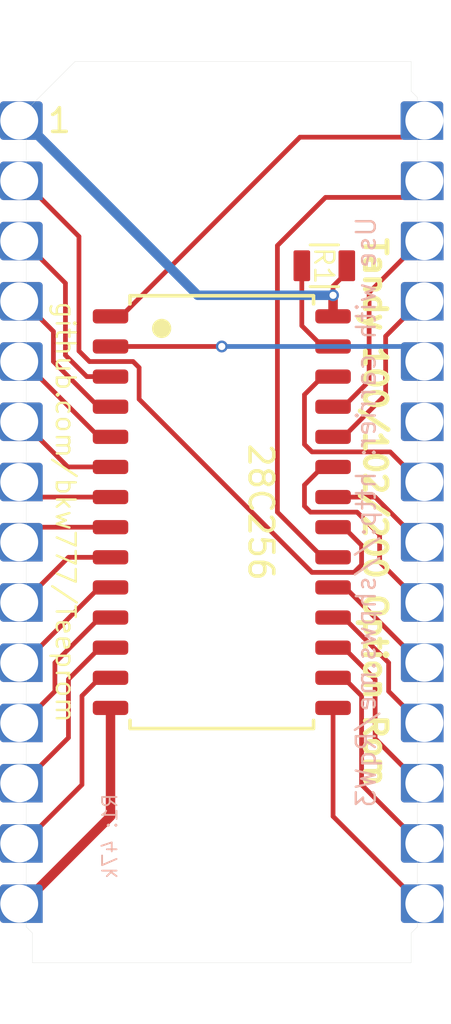
<source format=kicad_pcb>
(kicad_pcb (version 20171130) (host pcbnew 5.1.10-88a1d61d58~88~ubuntu20.10.1)

  (general
    (thickness 1.6)
    (drawings 16)
    (tracks 137)
    (zones 0)
    (modules 3)
    (nets 29)
  )

  (page A4)
  (title_block
    (title "28C256 in Molex78805 socket")
    (date 2021-05-10)
    (rev 003)
    (company b.kenyon.w@gmail.com)
  )

  (layers
    (0 Top signal)
    (31 Bottom signal)
    (32 B.Adhes user hide)
    (33 F.Adhes user hide)
    (34 B.Paste user hide)
    (35 F.Paste user hide)
    (36 B.SilkS user)
    (37 F.SilkS user)
    (38 B.Mask user)
    (39 F.Mask user)
    (40 Dwgs.User user hide)
    (41 Cmts.User user hide)
    (42 Eco1.User user hide)
    (43 Eco2.User user hide)
    (44 Edge.Cuts user)
    (45 Margin user hide)
    (46 B.CrtYd user hide)
    (47 F.CrtYd user hide)
    (48 B.Fab user hide)
    (49 F.Fab user hide)
  )

  (setup
    (last_trace_width 0.2)
    (user_trace_width 0.4)
    (trace_clearance 0.2)
    (zone_clearance 0.2)
    (zone_45_only no)
    (trace_min 0.2)
    (via_size 0.5)
    (via_drill 0.3)
    (via_min_size 0.5)
    (via_min_drill 0.3)
    (uvia_size 0.5)
    (uvia_drill 0.3)
    (uvias_allowed no)
    (uvia_min_size 0.5)
    (uvia_min_drill 0.3)
    (edge_width 0.01)
    (segment_width 0.2032)
    (pcb_text_width 0.254)
    (pcb_text_size 1.2192 1.2192)
    (mod_edge_width 0.0254)
    (mod_text_size 0.4572 0.4572)
    (mod_text_width 0.0254)
    (pad_size 1.905 2.032)
    (pad_drill 1.524)
    (pad_to_mask_clearance 0)
    (solder_mask_min_width 0.22)
    (aux_axis_origin 0 0)
    (grid_origin 147.2184 99.187)
    (visible_elements FFFFFF7F)
    (pcbplotparams
      (layerselection 0x010f0_ffffffff)
      (usegerberextensions true)
      (usegerberattributes false)
      (usegerberadvancedattributes false)
      (creategerberjobfile false)
      (excludeedgelayer true)
      (linewidth 0.100000)
      (plotframeref false)
      (viasonmask false)
      (mode 1)
      (useauxorigin false)
      (hpglpennumber 1)
      (hpglpenspeed 20)
      (hpglpendiameter 15.000000)
      (psnegative false)
      (psa4output false)
      (plotreference true)
      (plotvalue true)
      (plotinvisibletext false)
      (padsonsilk false)
      (subtractmaskfromsilk false)
      (outputformat 1)
      (mirror false)
      (drillshape 0)
      (scaleselection 1)
      (outputdirectory "GERBER_Teeprom_003"))
  )

  (net 0 "")
  (net 1 /D3)
  (net 2 /A10)
  (net 3 /D4)
  (net 4 /A7)
  (net 5 /D5)
  (net 6 /A6)
  (net 7 /D6)
  (net 8 /A5)
  (net 9 /D7)
  (net 10 /A4)
  (net 11 /A11)
  (net 12 /A3)
  (net 13 /~OE)
  (net 14 /A2)
  (net 15 /A13)
  (net 16 /A1)
  (net 17 /A0)
  (net 18 /A12)
  (net 19 /D0)
  (net 20 /A9)
  (net 21 /D1)
  (net 22 /A8)
  (net 23 /D2)
  (net 24 /~CE)
  (net 25 /A14)
  (net 26 /~WE)
  (net 27 VCC)
  (net 28 GND)

  (net_class Default "This is the default net class."
    (clearance 0.2)
    (trace_width 0.2)
    (via_dia 0.5)
    (via_drill 0.3)
    (uvia_dia 0.5)
    (uvia_drill 0.3)
    (diff_pair_width 0.2)
    (diff_pair_gap 0.3)
    (add_net /A0)
    (add_net /A1)
    (add_net /A10)
    (add_net /A11)
    (add_net /A12)
    (add_net /A13)
    (add_net /A14)
    (add_net /A2)
    (add_net /A3)
    (add_net /A4)
    (add_net /A5)
    (add_net /A6)
    (add_net /A7)
    (add_net /A8)
    (add_net /A9)
    (add_net /D0)
    (add_net /D1)
    (add_net /D2)
    (add_net /D3)
    (add_net /D4)
    (add_net /D5)
    (add_net /D6)
    (add_net /D7)
    (add_net /~CE)
    (add_net /~OE)
    (add_net /~WE)
    (add_net GND)
    (add_net VCC)
  )

  (module 000_LOCAL:R_0805 (layer Top) (tedit 60997F9A) (tstamp 5D22C129)
    (at 151.5491 88.7984)
    (descr "Resistor SMD 0805, reflow soldering, Vishay (see dcrcw.pdf)")
    (tags "resistor 0805")
    (path /5D2BF7AB)
    (attr smd)
    (fp_text reference R1 (at -0.0127 0 -90 unlocked) (layer F.SilkS)
      (effects (font (size 0.8 0.8) (thickness 0.1)))
    )
    (fp_text value 47k (at 0 1.75) (layer F.Fab)
      (effects (font (size 1 1) (thickness 0.15)))
    )
    (fp_line (start 1.55 0.9) (end -1.55 0.9) (layer F.CrtYd) (width 0.05))
    (fp_line (start 1.55 0.9) (end 1.55 -0.9) (layer F.CrtYd) (width 0.05))
    (fp_line (start -1.55 -0.9) (end -1.55 0.9) (layer F.CrtYd) (width 0.05))
    (fp_line (start -1.55 -0.9) (end 1.55 -0.9) (layer F.CrtYd) (width 0.05))
    (fp_line (start -0.6 -0.88) (end 0.6 -0.88) (layer F.SilkS) (width 0.12))
    (fp_line (start 0.6 0.88) (end -0.6 0.88) (layer F.SilkS) (width 0.12))
    (fp_line (start -1 -0.62) (end 1 -0.62) (layer F.Fab) (width 0.1))
    (fp_line (start 1 -0.62) (end 1 0.62) (layer F.Fab) (width 0.1))
    (fp_line (start 1 0.62) (end -1 0.62) (layer F.Fab) (width 0.1))
    (fp_line (start -1 0.62) (end -1 -0.62) (layer F.Fab) (width 0.1))
    (fp_text user %R (at 0 0) (layer F.Fab)
      (effects (font (size 0.5 0.5) (thickness 0.075)))
    )
    (pad 1 smd roundrect (at -0.95 0) (size 0.7 1.3) (layers Top F.Paste F.Mask) (roundrect_rratio 0.1)
      (net 26 /~WE))
    (pad 2 smd roundrect (at 0.95 0) (size 0.7 1.3) (layers Top F.Paste F.Mask) (roundrect_rratio 0.1)
      (net 27 VCC))
    (model ${KIPRJMOD}/000_LOCAL.pretty/3d/R_0805.step
      (at (xyz 0 0 0))
      (scale (xyz 1 1 1))
      (rotate (xyz 0 0 0))
    )
  )

  (module 000_LOCAL:Molex78805_PCB (layer Top) (tedit 60508461) (tstamp 6051C3EB)
    (at 147.2184 99.187)
    (descr "Castellated edge contacts to fit Molex 78805 Socket")
    (path /5E6792DF)
    (solder_mask_margin 0.0508)
    (attr virtual)
    (fp_text reference J1 (at -1.905 0 -90) (layer Dwgs.User) hide
      (effects (font (size 1.2065 1.2065) (thickness 0.127)) (justify bottom))
    )
    (fp_text value Tandy_100_102_200_option_rom (at 1.27 0 -90) (layer F.Fab) hide
      (effects (font (size 1.2065 1.2065) (thickness 0.1016)) (justify bottom))
    )
    (fp_line (start -4 -17.5) (end -3.5 -17.5) (layer Dwgs.User) (width 0.01))
    (fp_line (start -4 -18) (end -4 -17.5) (layer Dwgs.User) (width 0.01))
    (fp_line (start -4 -18) (end -3.7 -17.7) (layer Dwgs.User) (width 0.01))
    (fp_line (start -4 -18) (end -4.3 -17.7) (layer Dwgs.User) (width 0.01))
    (fp_line (start -4 -19) (end -3.7 -19.3) (layer Dwgs.User) (width 0.01))
    (fp_line (start -4 -19) (end -4.3 -19.3) (layer Dwgs.User) (width 0.01))
    (fp_line (start -4 -19) (end -4 -20) (layer Dwgs.User) (width 0.01))
    (fp_line (start -6 -19) (end -5.7 -19.3) (layer Dwgs.User) (width 0.01))
    (fp_line (start -6 -19) (end -6.3 -19.3) (layer Dwgs.User) (width 0.01))
    (fp_line (start -6 -19) (end -6 -20) (layer Dwgs.User) (width 0.01))
    (fp_line (start -6 -18.3) (end -5.7 -18) (layer Dwgs.User) (width 0.01))
    (fp_line (start -6 -18.3) (end -6.3 -18) (layer Dwgs.User) (width 0.01))
    (fp_line (start -6 -17) (end -5.5 -17) (layer Dwgs.User) (width 0.01))
    (fp_line (start -6 -18.3) (end -6 -17) (layer Dwgs.User) (width 0.01))
    (fp_line (start 7.2 -18.3) (end 7.2 18.3) (layer Dwgs.User) (width 0.01))
    (fp_line (start -7.2 -18.3) (end -7.2 18.3) (layer Dwgs.User) (width 0.01))
    (fp_line (start -7.2 -18.3) (end 7.2 -18.3) (layer Dwgs.User) (width 0.01))
    (fp_line (start -7.2 18.3) (end 7.2 18.3) (layer Dwgs.User) (width 0.01))
    (fp_line (start 8.255 -20) (end 8.255 20) (layer Dwgs.User) (width 0.01))
    (fp_line (start -8.255 -20) (end -8.255 20) (layer Dwgs.User) (width 0.01))
    (fp_line (start -8.255 0.0508) (end -8.255 -0.0508) (layer Dwgs.User) (width 0.002))
    (fp_line (start -7.5057 16.4846) (end -7.5057 16.5354) (layer Dwgs.User) (width 0.001))
    (fp_poly (pts (xy 9.2156 1.9304) (xy 7.717 1.9304) (xy 7.717 0.6096) (xy 9.2156 0.6096)) (layer Top) (width 0.3048))
    (fp_poly (pts (xy 9.2156 -0.6096) (xy 7.717 -0.6096) (xy 7.717 -1.9304) (xy 9.2156 -1.9304)) (layer Top) (width 0.3048))
    (fp_poly (pts (xy 9.2156 14.6304) (xy 7.717 14.6304) (xy 7.717 13.3096) (xy 9.2156 13.3096)) (layer Top) (width 0.3048))
    (fp_poly (pts (xy 9.2156 7.0104) (xy 7.717 7.0104) (xy 7.717 5.6896) (xy 9.2156 5.6896)) (layer Top) (width 0.3048))
    (fp_poly (pts (xy 9.2156 10.7696) (xy 7.717 10.7696) (xy 7.717 12.0904) (xy 9.2156 12.0904)) (layer Bottom) (width 0.3048))
    (fp_poly (pts (xy 9.2156 4.4704) (xy 7.717 4.4704) (xy 7.717 3.1496) (xy 9.2156 3.1496)) (layer Top) (width 0.3048))
    (fp_poly (pts (xy 9.2156 -4.4704) (xy 7.717 -4.4704) (xy 7.717 -3.1496) (xy 9.2156 -3.1496)) (layer Bottom) (width 0.3048))
    (fp_poly (pts (xy 9.2156 8.2296) (xy 7.717 8.2296) (xy 7.717 9.5504) (xy 9.2156 9.5504)) (layer Bottom) (width 0.3048))
    (fp_poly (pts (xy 9.2156 13.3096) (xy 7.717 13.3096) (xy 7.717 14.6304) (xy 9.2156 14.6304)) (layer Bottom) (width 0.3048))
    (fp_poly (pts (xy 9.2156 -10.7696) (xy 7.717 -10.7696) (xy 7.717 -12.0904) (xy 9.2156 -12.0904)) (layer Top) (width 0.3048))
    (fp_poly (pts (xy 9.2156 -9.5504) (xy 7.717 -9.5504) (xy 7.717 -8.2296) (xy 9.2156 -8.2296)) (layer Bottom) (width 0.3048))
    (fp_poly (pts (xy 9.2156 0.6096) (xy 7.717 0.6096) (xy 7.717 1.9304) (xy 9.2156 1.9304)) (layer Bottom) (width 0.3048))
    (fp_poly (pts (xy 9.2156 3.1496) (xy 7.717 3.1496) (xy 7.717 4.4704) (xy 9.2156 4.4704)) (layer Bottom) (width 0.3048))
    (fp_poly (pts (xy 9.2156 -12.0904) (xy 7.717 -12.0904) (xy 7.717 -10.7696) (xy 9.2156 -10.7696)) (layer Bottom) (width 0.3048))
    (fp_poly (pts (xy 9.2156 -14.6304) (xy 7.717 -14.6304) (xy 7.717 -13.3096) (xy 9.2156 -13.3096)) (layer Bottom) (width 0.3048))
    (fp_poly (pts (xy 9.2156 12.0904) (xy 7.717 12.0904) (xy 7.717 10.7696) (xy 9.2156 10.7696)) (layer Top) (width 0.3048))
    (fp_poly (pts (xy 9.2156 9.5504) (xy 7.717 9.5504) (xy 7.717 8.2296) (xy 9.2156 8.2296)) (layer Top) (width 0.3048))
    (fp_poly (pts (xy 9.2156 -3.1496) (xy 7.717 -3.1496) (xy 7.717 -4.4704) (xy 9.2156 -4.4704)) (layer Top) (width 0.3048))
    (fp_poly (pts (xy 9.2156 -1.9304) (xy 7.717 -1.9304) (xy 7.717 -0.6096) (xy 9.2156 -0.6096)) (layer Bottom) (width 0.3048))
    (fp_poly (pts (xy 9.2156 -5.6896) (xy 7.717 -5.6896) (xy 7.717 -7.0104) (xy 9.2156 -7.0104)) (layer Top) (width 0.3048))
    (fp_poly (pts (xy 9.2156 17.1704) (xy 7.717 17.1704) (xy 7.717 15.8496) (xy 9.2156 15.8496)) (layer Top) (width 0.3048))
    (fp_poly (pts (xy 9.2156 5.6896) (xy 7.717 5.6896) (xy 7.717 7.0104) (xy 9.2156 7.0104)) (layer Bottom) (width 0.3048))
    (fp_poly (pts (xy 9.2156 -7.0104) (xy 7.717 -7.0104) (xy 7.717 -5.6896) (xy 9.2156 -5.6896)) (layer Bottom) (width 0.3048))
    (fp_poly (pts (xy 9.2156 -13.3096) (xy 7.717 -13.3096) (xy 7.717 -14.6304) (xy 9.2156 -14.6304)) (layer Top) (width 0.3048))
    (fp_poly (pts (xy 9.2156 15.8496) (xy 7.717 15.8496) (xy 7.717 17.1704) (xy 9.2156 17.1704)) (layer Bottom) (width 0.3048))
    (fp_poly (pts (xy 9.2156 -8.2296) (xy 7.717 -8.2296) (xy 7.717 -9.5504) (xy 9.2156 -9.5504)) (layer Top) (width 0.3048))
    (fp_poly (pts (xy 9.2029 -15.8496) (xy 7.7043 -15.8496) (xy 7.7043 -17.1704) (xy 9.2029 -17.1704)) (layer Top) (width 0.3048))
    (fp_poly (pts (xy 9.2029 -15.8496) (xy 7.7043 -15.8496) (xy 7.7043 -17.1704) (xy 9.2029 -17.1704)) (layer Bottom) (width 0.3048))
    (fp_poly (pts (xy -7.717 0.6096) (xy -9.2156 0.6096) (xy -9.2156 1.9304) (xy -7.717 1.9304)) (layer Bottom) (width 0.3048))
    (fp_poly (pts (xy -7.717 3.1496) (xy -9.2156 3.1496) (xy -9.2156 4.4704) (xy -7.717 4.4704)) (layer Bottom) (width 0.3048))
    (fp_poly (pts (xy -7.717 -12.0904) (xy -9.2156 -12.0904) (xy -9.2156 -10.7696) (xy -7.717 -10.7696)) (layer Bottom) (width 0.3048))
    (fp_poly (pts (xy -7.717 -4.4704) (xy -9.2156 -4.4704) (xy -9.2156 -3.1496) (xy -7.717 -3.1496)) (layer Bottom) (width 0.3048))
    (fp_poly (pts (xy -7.717 -1.9304) (xy -9.2156 -1.9304) (xy -9.2156 -0.6096) (xy -7.717 -0.6096)) (layer Bottom) (width 0.3048))
    (fp_poly (pts (xy -7.717 13.3096) (xy -9.2156 13.3096) (xy -9.2156 14.6304) (xy -7.717 14.6304)) (layer Bottom) (width 0.3048))
    (fp_poly (pts (xy -7.717 -9.5504) (xy -9.2156 -9.5504) (xy -9.2156 -8.2296) (xy -7.717 -8.2296)) (layer Bottom) (width 0.3048))
    (fp_poly (pts (xy -7.717 -7.0104) (xy -9.2156 -7.0104) (xy -9.2156 -5.6896) (xy -7.717 -5.6896)) (layer Bottom) (width 0.3048))
    (fp_poly (pts (xy -7.717 5.6896) (xy -9.2156 5.6896) (xy -9.2156 7.0104) (xy -7.717 7.0104)) (layer Bottom) (width 0.3048))
    (fp_poly (pts (xy -7.717 8.2296) (xy -9.2156 8.2296) (xy -9.2156 9.5504) (xy -7.717 9.5504)) (layer Bottom) (width 0.3048))
    (fp_poly (pts (xy -7.717 -14.6304) (xy -9.2156 -14.6304) (xy -9.2156 -13.3096) (xy -7.717 -13.3096)) (layer Bottom) (width 0.3048))
    (fp_poly (pts (xy -7.717 15.8496) (xy -9.2156 15.8496) (xy -9.2156 17.1704) (xy -7.717 17.1704)) (layer Bottom) (width 0.3048))
    (fp_poly (pts (xy -7.717 10.7696) (xy -9.2156 10.7696) (xy -9.2156 12.0904) (xy -7.717 12.0904)) (layer Bottom) (width 0.3048))
    (fp_poly (pts (xy -7.717 17.1704) (xy -9.2156 17.1704) (xy -9.2156 15.8496) (xy -7.717 15.8496)) (layer Top) (width 0.3048))
    (fp_poly (pts (xy -7.717 14.6304) (xy -9.2156 14.6304) (xy -9.2156 13.3096) (xy -7.717 13.3096)) (layer Top) (width 0.3048))
    (fp_poly (pts (xy -7.717 12.0904) (xy -9.2156 12.0904) (xy -9.2156 10.7696) (xy -7.717 10.7696)) (layer Top) (width 0.3048))
    (fp_poly (pts (xy -7.717 9.5504) (xy -9.2156 9.5504) (xy -9.2156 8.2296) (xy -7.717 8.2296)) (layer Top) (width 0.3048))
    (fp_poly (pts (xy -7.717 7.0104) (xy -9.2156 7.0104) (xy -9.2156 5.6896) (xy -7.717 5.6896)) (layer Top) (width 0.3048))
    (fp_poly (pts (xy -7.717 4.4704) (xy -9.2156 4.4704) (xy -9.2156 3.1496) (xy -7.717 3.1496)) (layer Top) (width 0.3048))
    (fp_poly (pts (xy -7.717 1.9304) (xy -9.2156 1.9304) (xy -9.2156 0.6096) (xy -7.717 0.6096)) (layer Top) (width 0.3048))
    (fp_poly (pts (xy -7.717 -0.6096) (xy -9.2156 -0.6096) (xy -9.2156 -1.9304) (xy -7.717 -1.9304)) (layer Top) (width 0.3048))
    (fp_poly (pts (xy -7.717 -3.1496) (xy -9.2156 -3.1496) (xy -9.2156 -4.4704) (xy -7.717 -4.4704)) (layer Top) (width 0.3048))
    (fp_poly (pts (xy -7.717 -5.6896) (xy -9.2156 -5.6896) (xy -9.2156 -7.0104) (xy -7.717 -7.0104)) (layer Top) (width 0.3048))
    (fp_poly (pts (xy -7.717 -8.2296) (xy -9.2156 -8.2296) (xy -9.2156 -9.5504) (xy -7.717 -9.5504)) (layer Top) (width 0.3048))
    (fp_poly (pts (xy -7.717 -10.7696) (xy -9.2156 -10.7696) (xy -9.2156 -12.0904) (xy -7.717 -12.0904)) (layer Top) (width 0.3048))
    (fp_poly (pts (xy -7.717 -13.3096) (xy -9.2156 -13.3096) (xy -9.2156 -14.6304) (xy -7.717 -14.6304)) (layer Top) (width 0.3048))
    (fp_poly (pts (xy -7.717 -15.8496) (xy -9.2156 -15.8496) (xy -9.2156 -17.1704) (xy -7.717 -17.1704)) (layer Top) (width 0.3048))
    (fp_poly (pts (xy -7.717 -15.8496) (xy -9.2156 -15.8496) (xy -9.2156 -17.1704) (xy -7.717 -17.1704)) (layer Bottom) (width 0.3048))
    (fp_line (start 4.5593 19.05) (end 8.26 19.05) (layer Eco1.User) (width 0.01))
    (fp_line (start -8.26 19.05) (end -4.5593 19.05) (layer Eco1.User) (width 0.01))
    (fp_line (start 0.762 -19.05) (end 8.26 -19.05) (layer Eco1.User) (width 0.01))
    (fp_line (start -8.26 -19.05) (end -0.762 -19.05) (layer Eco1.User) (width 0.01))
    (fp_line (start 8.26 19.05) (end 8.26 -19.05) (layer Eco1.User) (width 0.01))
    (fp_line (start -8.26 19.05) (end -8.26 -19.05) (layer Eco1.User) (width 0.01))
    (fp_line (start 3.0353 19.05) (end -3.0353 19.05) (layer Eco1.User) (width 0.01))
    (fp_line (start 3.0353 21.59) (end 3.0353 19.05) (layer Eco1.User) (width 0.01))
    (fp_line (start 4.5593 21.59) (end 3.0353 21.59) (layer Eco1.User) (width 0.01))
    (fp_line (start 4.5593 19.05) (end 4.5593 21.59) (layer Eco1.User) (width 0.01))
    (fp_line (start -3.0353 21.59) (end -3.0353 19.05) (layer Eco1.User) (width 0.01))
    (fp_line (start -4.5593 21.59) (end -3.0353 21.59) (layer Eco1.User) (width 0.01))
    (fp_line (start -4.5593 19.05) (end -4.5593 21.59) (layer Eco1.User) (width 0.01))
    (fp_line (start 0.762 -21.59) (end 0.762 -19.05) (layer Eco1.User) (width 0.01))
    (fp_line (start -0.762 -21.59) (end 0.762 -21.59) (layer Eco1.User) (width 0.01))
    (fp_line (start -0.762 -19.05) (end -0.762 -21.59) (layer Eco1.User) (width 0.01))
    (fp_line (start -8 19) (end 8 19) (layer Eco2.User) (width 0.01))
    (fp_line (start 8 19) (end 8 17.75) (layer Eco2.User) (width 0.01))
    (fp_line (start 8 17.75) (end 8.26 17.49) (layer Eco2.User) (width 0.01))
    (fp_line (start -8 19) (end -8 17.75) (layer Eco2.User) (width 0.01))
    (fp_line (start -8 17.75) (end -8.26 17.49) (layer Eco2.User) (width 0.01))
    (fp_line (start 8 -17.75) (end 8 -19) (layer Eco2.User) (width 0.01))
    (fp_line (start 8.26 -17.49) (end 8 -17.75) (layer Eco2.User) (width 0.01))
    (fp_line (start 8.26 17.49) (end 8.26 -17.49) (layer Eco2.User) (width 0.01))
    (fp_line (start -8.26 17.49) (end -8.26 -16.94) (layer Eco2.User) (width 0.01))
    (fp_line (start 8 -19) (end -6.2 -19) (layer Eco2.User) (width 0.01))
    (fp_line (start -6.2 -19) (end -8.26 -16.94) (layer Eco2.User) (width 0.01))
    (fp_line (start 7.75716 17.78) (end 7.75716 12.7) (layer Dwgs.User) (width 0.01))
    (fp_line (start 6.35 12.065) (end 6.35 15.24) (layer Dwgs.User) (width 0.05))
    (fp_line (start 6.35 15.24) (end 7.747 15.24) (layer Dwgs.User) (width 0.05))
    (fp_line (start 7.747 15.24) (end 7.467 15.52) (layer Dwgs.User) (width 0.05))
    (fp_line (start 7.467 14.96) (end 7.747 15.24) (layer Dwgs.User) (width 0.05))
    (fp_line (start 8.27 15.24) (end 8.55 15.52) (layer Dwgs.User) (width 0.05))
    (fp_line (start 8.55 14.96) (end 8.27 15.24) (layer Dwgs.User) (width 0.05))
    (fp_line (start 8.27 15.24) (end 9.667 15.24) (layer Dwgs.User) (width 0.05))
    (fp_line (start -5 -19) (end -5 -18) (layer Dwgs.User) (width 0.01))
    (fp_line (start -5 -18) (end 5 -18) (layer Dwgs.User) (width 0.01))
    (fp_line (start 5 -18) (end 5 -19) (layer Dwgs.User) (width 0.01))
    (fp_line (start 5 -19) (end -5 -19) (layer Dwgs.User) (width 0.01))
    (fp_line (start 5 19) (end 5 18) (layer Dwgs.User) (width 0.01))
    (fp_line (start -5 18) (end -5 19) (layer Dwgs.User) (width 0.01))
    (fp_line (start -5 18) (end 5 18) (layer Dwgs.User) (width 0.01))
    (fp_line (start -5 19) (end 5 19) (layer Dwgs.User) (width 0.01))
    (fp_text user "0.7 border on bottom - 36.6 x 14.4 x 1.4 usable bottom" (at -5.5 -17) (layer Dwgs.User)
      (effects (font (size 0.25 0.25) (thickness 0.02)) (justify left))
    )
    (fp_text user "10.0 x 1.0 retainer wedges on top" (at -3.5 -17.5) (layer Dwgs.User)
      (effects (font (size 0.25 0.25) (thickness 0.02)) (justify left))
    )
    (fp_text user "Castellation depth 0.5mm min" (at 6.35 0 -90) (layer Dwgs.User)
      (effects (font (size 1 1) (thickness 0.1)))
    )
    (fp_text user "Board outline: 0.01mm grid, copy Eco2.User" (at -6 0 -90) (layer Eco2.User)
      (effects (font (size 1 1) (thickness 0.1)))
    )
    (fp_text user "Eco1.User is Edge.Cuts for use without carrier." (at -4.445 0 -90) (layer Eco1.User)
      (effects (font (size 0.8 0.8) (thickness 0.05)))
    )
    (pad 1 thru_hole circle (at -8.5552 -16.51) (size 1.6002 1.6002) (drill 1.59766) (layers *.Cu *.Mask)
      (net 27 VCC) (zone_connect 0))
    (pad 28 thru_hole circle (at 8.5552 -16.51 180) (size 1.6002 1.6002) (drill 1.59766) (layers *.Cu *.Mask)
      (net 25 /A14))
    (pad 14 thru_hole circle (at -8.5552 16.51) (size 1.6002 1.6002) (drill 1.59766) (layers *.Cu *.Mask)
      (net 28 GND) (zone_connect 0))
    (pad 27 thru_hole circle (at 8.5552 -13.97 180) (size 1.6002 1.6002) (drill 1.59766) (layers *.Cu *.Mask)
      (net 24 /~CE))
    (pad 13 thru_hole circle (at -8.5552 13.97) (size 1.6002 1.6002) (drill 1.59766) (layers *.Cu *.Mask)
      (net 23 /D2) (zone_connect 0))
    (pad 26 thru_hole circle (at 8.5552 -11.43 180) (size 1.6002 1.6002) (drill 1.59766) (layers *.Cu *.Mask)
      (net 22 /A8))
    (pad 12 thru_hole circle (at -8.5552 11.43) (size 1.6002 1.6002) (drill 1.59766) (layers *.Cu *.Mask)
      (net 21 /D1) (zone_connect 0))
    (pad 25 thru_hole circle (at 8.5552 -8.89 180) (size 1.6002 1.6002) (drill 1.59766) (layers *.Cu *.Mask)
      (net 20 /A9))
    (pad 11 thru_hole circle (at -8.5552 8.89) (size 1.6002 1.6002) (drill 1.59766) (layers *.Cu *.Mask)
      (net 19 /D0) (zone_connect 0))
    (pad 24 thru_hole circle (at 8.5552 -6.35 180) (size 1.6002 1.6002) (drill 1.59766) (layers *.Cu *.Mask)
      (net 18 /A12))
    (pad 10 thru_hole circle (at -8.5552 6.35) (size 1.6002 1.6002) (drill 1.59766) (layers *.Cu *.Mask)
      (net 17 /A0) (zone_connect 0))
    (pad 23 thru_hole circle (at 8.5552 -3.81 180) (size 1.6002 1.6002) (drill 1.59766) (layers *.Cu *.Mask))
    (pad 9 thru_hole circle (at -8.5552 3.81) (size 1.6002 1.6002) (drill 1.59766) (layers *.Cu *.Mask)
      (net 16 /A1) (zone_connect 0))
    (pad 22 thru_hole circle (at 8.5552 -1.27 180) (size 1.6002 1.6002) (drill 1.59766) (layers *.Cu *.Mask)
      (net 15 /A13))
    (pad 8 thru_hole circle (at -8.5552 1.27) (size 1.6002 1.6002) (drill 1.59766) (layers *.Cu *.Mask)
      (net 14 /A2) (zone_connect 0))
    (pad 21 thru_hole circle (at 8.5552 1.27 180) (size 1.6002 1.6002) (drill 1.59766) (layers *.Cu *.Mask)
      (net 13 /~OE))
    (pad 7 thru_hole circle (at -8.5552 -1.27) (size 1.6002 1.6002) (drill 1.59766) (layers *.Cu *.Mask)
      (net 12 /A3) (zone_connect 0))
    (pad 20 thru_hole circle (at 8.5552 3.81 180) (size 1.6002 1.6002) (drill 1.59766) (layers *.Cu *.Mask)
      (net 11 /A11))
    (pad 6 thru_hole circle (at -8.5552 -3.81) (size 1.6002 1.6002) (drill 1.59766) (layers *.Cu *.Mask)
      (net 10 /A4) (zone_connect 0))
    (pad 19 thru_hole circle (at 8.5552 6.35 180) (size 1.6002 1.6002) (drill 1.59766) (layers *.Cu *.Mask)
      (net 9 /D7))
    (pad 5 thru_hole circle (at -8.5552 -6.35) (size 1.6002 1.6002) (drill 1.59766) (layers *.Cu *.Mask)
      (net 8 /A5) (zone_connect 0))
    (pad 18 thru_hole circle (at 8.5552 8.89 180) (size 1.6002 1.6002) (drill 1.59766) (layers *.Cu *.Mask)
      (net 7 /D6))
    (pad 4 thru_hole circle (at -8.5552 -8.89) (size 1.6002 1.6002) (drill 1.59766) (layers *.Cu *.Mask)
      (net 6 /A6) (zone_connect 0))
    (pad 17 thru_hole circle (at 8.5552 11.43 180) (size 1.6002 1.6002) (drill 1.59766) (layers *.Cu *.Mask)
      (net 5 /D5))
    (pad 3 thru_hole circle (at -8.5552 -11.43) (size 1.6002 1.6002) (drill 1.59766) (layers *.Cu *.Mask)
      (net 4 /A7) (zone_connect 0))
    (pad 16 thru_hole circle (at 8.5552 13.97 180) (size 1.6002 1.6002) (drill 1.59766) (layers *.Cu *.Mask)
      (net 3 /D4))
    (pad 2 thru_hole circle (at -8.5552 -13.97) (size 1.6002 1.6002) (drill 1.59766) (layers *.Cu *.Mask)
      (net 2 /A10) (zone_connect 0))
    (pad 15 thru_hole circle (at 8.5552 16.51 180) (size 1.6002 1.6002) (drill 1.59766) (layers *.Cu *.Mask)
      (net 1 /D3))
    (model ${KIPRJMOD}/000_LOCAL.pretty/3d/Molex78805_PCB_Carrier_chamfer.step
      (offset (xyz 0 0 -0.25))
      (scale (xyz 1 1 1))
      (rotate (xyz 0 0 90))
    )
  )

  (module 000_LOCAL:SOIC-28W (layer Top) (tedit 5F923048) (tstamp 5D21E664)
    (at 147.2184 99.187)
    (descr "28-Lead Plastic Small Outline (SO) - Wide, 7.50 mm Body [SOIC] (see Microchip Packaging Specification 00000049BS.pdf)")
    (tags "SOIC 1.27")
    (path /5D231C6F)
    (attr smd)
    (fp_text reference U1 (at 0 0 -90) (layer F.SilkS) hide
      (effects (font (size 1 1) (thickness 0.15)))
    )
    (fp_text value 28C256 (at 0 1.27 180) (layer F.Fab)
      (effects (font (size 1 1) (thickness 0.15)))
    )
    (fp_line (start -3.875 9.125) (end 3.875 9.125) (layer F.SilkS) (width 0.15))
    (fp_line (start -3.875 -9.125) (end 3.875 -9.125) (layer F.SilkS) (width 0.15))
    (fp_line (start -3.875 9.125) (end -3.875 8.78) (layer F.SilkS) (width 0.15))
    (fp_line (start 3.875 9.125) (end 3.875 8.78) (layer F.SilkS) (width 0.15))
    (fp_line (start 3.875 -9.125) (end 3.875 -8.78) (layer F.SilkS) (width 0.15))
    (fp_line (start -3.875 -9.125) (end -3.875 -8.78) (layer F.SilkS) (width 0.15))
    (fp_line (start -5.95 9.3) (end 5.95 9.3) (layer F.CrtYd) (width 0.05))
    (fp_line (start -5.95 -9.3) (end 5.95 -9.3) (layer F.CrtYd) (width 0.05))
    (fp_line (start 5.95 -9.3) (end 5.95 9.3) (layer F.CrtYd) (width 0.05))
    (fp_line (start -5.95 -9.3) (end -5.95 9.3) (layer F.CrtYd) (width 0.05))
    (fp_line (start -3.75 -7.95) (end -2.75 -8.95) (layer F.Fab) (width 0.15))
    (fp_line (start -3.75 8.95) (end -3.75 -7.95) (layer F.Fab) (width 0.15))
    (fp_line (start 3.75 8.95) (end -3.75 8.95) (layer F.Fab) (width 0.15))
    (fp_line (start 3.75 -8.95) (end 3.75 8.95) (layer F.Fab) (width 0.15))
    (fp_line (start -2.75 -8.95) (end 3.75 -8.95) (layer F.Fab) (width 0.15))
    (fp_circle (center -2.54 -7.747) (end -2.3368 -7.747) (layer F.SilkS) (width 0.4064))
    (fp_text user 28C256 (at 1.651 0 270 unlocked) (layer F.SilkS)
      (effects (font (size 1 1) (thickness 0.15)))
    )
    (fp_text user %R (at 0 0) (layer F.Fab)
      (effects (font (size 1 1) (thickness 0.15)))
    )
    (pad 1 smd roundrect (at -4.7 -8.255) (size 1.5 0.6) (layers Top F.Paste F.Mask) (roundrect_rratio 0.25)
      (net 25 /A14))
    (pad 2 smd roundrect (at -4.7 -6.985) (size 1.5 0.6) (layers Top F.Paste F.Mask) (roundrect_rratio 0.25)
      (net 18 /A12))
    (pad 3 smd roundrect (at -4.7 -5.715) (size 1.5 0.6) (layers Top F.Paste F.Mask) (roundrect_rratio 0.25)
      (net 4 /A7))
    (pad 4 smd roundrect (at -4.7 -4.445) (size 1.5 0.6) (layers Top F.Paste F.Mask) (roundrect_rratio 0.25)
      (net 6 /A6))
    (pad 5 smd roundrect (at -4.7 -3.175) (size 1.5 0.6) (layers Top F.Paste F.Mask) (roundrect_rratio 0.25)
      (net 8 /A5))
    (pad 6 smd roundrect (at -4.7 -1.905) (size 1.5 0.6) (layers Top F.Paste F.Mask) (roundrect_rratio 0.25)
      (net 10 /A4))
    (pad 7 smd roundrect (at -4.7 -0.635) (size 1.5 0.6) (layers Top F.Paste F.Mask) (roundrect_rratio 0.25)
      (net 12 /A3))
    (pad 8 smd roundrect (at -4.7 0.635) (size 1.5 0.6) (layers Top F.Paste F.Mask) (roundrect_rratio 0.25)
      (net 14 /A2))
    (pad 9 smd roundrect (at -4.7 1.905) (size 1.5 0.6) (layers Top F.Paste F.Mask) (roundrect_rratio 0.25)
      (net 16 /A1))
    (pad 10 smd roundrect (at -4.7 3.175) (size 1.5 0.6) (layers Top F.Paste F.Mask) (roundrect_rratio 0.25)
      (net 17 /A0))
    (pad 11 smd roundrect (at -4.7 4.445) (size 1.5 0.6) (layers Top F.Paste F.Mask) (roundrect_rratio 0.25)
      (net 19 /D0))
    (pad 12 smd roundrect (at -4.7 5.715) (size 1.5 0.6) (layers Top F.Paste F.Mask) (roundrect_rratio 0.25)
      (net 21 /D1))
    (pad 13 smd roundrect (at -4.7 6.985) (size 1.5 0.6) (layers Top F.Paste F.Mask) (roundrect_rratio 0.25)
      (net 23 /D2))
    (pad 14 smd roundrect (at -4.7 8.255) (size 1.5 0.6) (layers Top F.Paste F.Mask) (roundrect_rratio 0.25)
      (net 28 GND))
    (pad 15 smd roundrect (at 4.7 8.255) (size 1.5 0.6) (layers Top F.Paste F.Mask) (roundrect_rratio 0.25)
      (net 1 /D3))
    (pad 16 smd roundrect (at 4.7 6.985) (size 1.5 0.6) (layers Top F.Paste F.Mask) (roundrect_rratio 0.25)
      (net 3 /D4))
    (pad 17 smd roundrect (at 4.7 5.715) (size 1.5 0.6) (layers Top F.Paste F.Mask) (roundrect_rratio 0.25)
      (net 5 /D5))
    (pad 18 smd roundrect (at 4.7 4.445) (size 1.5 0.6) (layers Top F.Paste F.Mask) (roundrect_rratio 0.25)
      (net 7 /D6))
    (pad 19 smd roundrect (at 4.7 3.175) (size 1.5 0.6) (layers Top F.Paste F.Mask) (roundrect_rratio 0.25)
      (net 9 /D7))
    (pad 20 smd roundrect (at 4.7 1.905) (size 1.5 0.6) (layers Top F.Paste F.Mask) (roundrect_rratio 0.25)
      (net 24 /~CE))
    (pad 21 smd roundrect (at 4.7 0.635) (size 1.5 0.6) (layers Top F.Paste F.Mask) (roundrect_rratio 0.25)
      (net 2 /A10))
    (pad 22 smd roundrect (at 4.7 -0.635) (size 1.5 0.6) (layers Top F.Paste F.Mask) (roundrect_rratio 0.25)
      (net 13 /~OE))
    (pad 23 smd roundrect (at 4.7 -1.905) (size 1.5 0.6) (layers Top F.Paste F.Mask) (roundrect_rratio 0.25)
      (net 11 /A11))
    (pad 24 smd roundrect (at 4.7 -3.175) (size 1.5 0.6) (layers Top F.Paste F.Mask) (roundrect_rratio 0.25)
      (net 20 /A9))
    (pad 25 smd roundrect (at 4.7 -4.445) (size 1.5 0.6) (layers Top F.Paste F.Mask) (roundrect_rratio 0.25)
      (net 22 /A8))
    (pad 26 smd roundrect (at 4.7 -5.715) (size 1.5 0.6) (layers Top F.Paste F.Mask) (roundrect_rratio 0.25)
      (net 15 /A13))
    (pad 27 smd roundrect (at 4.7 -6.985) (size 1.5 0.6) (layers Top F.Paste F.Mask) (roundrect_rratio 0.25)
      (net 26 /~WE))
    (pad 28 smd roundrect (at 4.7 -8.255) (size 1.5 0.6) (layers Top F.Paste F.Mask) (roundrect_rratio 0.25)
      (net 27 VCC))
    (model ${KIPRJMOD}/000_LOCAL.pretty/3d/SW3dPS-SOIC28-300.STEP
      (at (xyz 0 0 0))
      (scale (xyz 1 1 1))
      (rotate (xyz 0 0 90))
    )
  )

  (gr_line (start 155.2184 118.187) (end 139.2184 118.187) (layer Edge.Cuts) (width 0.01) (tstamp 6051D963))
  (gr_line (start 155.2184 116.937) (end 155.2184 118.187) (layer Edge.Cuts) (width 0.01))
  (gr_line (start 155.4784 116.677) (end 155.2184 116.937) (layer Edge.Cuts) (width 0.01))
  (gr_line (start 155.4784 81.697) (end 155.4784 116.677) (layer Edge.Cuts) (width 0.01))
  (gr_line (start 155.2184 81.437) (end 155.4784 81.697) (layer Edge.Cuts) (width 0.01))
  (gr_line (start 155.2184 80.187) (end 155.2184 81.437) (layer Edge.Cuts) (width 0.01))
  (gr_line (start 141.0184 80.187) (end 155.2184 80.187) (layer Edge.Cuts) (width 0.01))
  (gr_line (start 138.9584 82.247) (end 141.0184 80.187) (layer Edge.Cuts) (width 0.01))
  (gr_line (start 138.9584 116.677) (end 138.9584 82.247) (layer Edge.Cuts) (width 0.01))
  (gr_line (start 139.2184 116.937) (end 138.9584 116.677) (layer Edge.Cuts) (width 0.01))
  (gr_line (start 139.2184 118.187) (end 139.2184 116.937) (layer Edge.Cuts) (width 0.01))
  (gr_text "Use with carrier: http://shpws.me/RqW3" (at 153.3144 99.187 90) (layer B.SilkS)
    (effects (font (size 0.8 0.8) (thickness 0.1)) (justify mirror))
  )
  (gr_text github.com/bkw777/Teeprom (at 140.6144 99.187 -90) (layer F.SilkS)
    (effects (font (size 0.8 0.8) (thickness 0.1)))
  )
  (gr_text "Tandy 100/102/200 Option Rom" (at 153.6954 99.187 -90) (layer F.SilkS)
    (effects (font (size 0.9144 0.9144) (thickness 0.2032)))
  )
  (gr_text "R1: 47k" (at 142.494 112.8522 -270) (layer B.SilkS)
    (effects (font (size 0.6096 0.6096) (thickness 0.0762)) (justify mirror))
  )
  (gr_text 1 (at 140.3604 82.677) (layer F.SilkS)
    (effects (font (size 1 1) (thickness 0.15)))
  )

  (segment (start 151.9184 112.015) (end 151.9184 107.442) (width 0.2) (layer Top) (net 1))
  (segment (start 155.7274 115.697) (end 155.6004 115.697) (width 0.2) (layer Top) (net 1))
  (segment (start 155.6004 115.697) (end 151.9184 112.015) (width 0.2) (layer Top) (net 1))
  (segment (start 138.811 85.217) (end 138.7094 85.217) (width 0.2) (layer Bottom) (net 2))
  (segment (start 141.1859 92.3925) (end 141.1859 87.5665) (width 0.2) (layer Top) (net 2))
  (segment (start 141.6304 92.837) (end 141.1859 92.3925) (width 0.2) (layer Top) (net 2))
  (segment (start 143.4719 92.837) (end 141.6304 92.837) (width 0.2) (layer Top) (net 2))
  (segment (start 143.7259 93.091) (end 143.4719 92.837) (width 0.2) (layer Top) (net 2))
  (segment (start 143.7259 94.4245) (end 143.7259 93.091) (width 0.2) (layer Top) (net 2))
  (segment (start 151.0284 101.727) (end 143.7259 94.4245) (width 0.2) (layer Top) (net 2))
  (segment (start 138.8364 85.217) (end 138.6632 85.217) (width 0.2) (layer Top) (net 2))
  (segment (start 152.8064 101.727) (end 151.0284 101.727) (width 0.2) (layer Top) (net 2))
  (segment (start 153.1239 100.584) (end 153.1239 101.4095) (width 0.2) (layer Top) (net 2))
  (segment (start 141.1859 87.5665) (end 138.8364 85.217) (width 0.2) (layer Top) (net 2))
  (segment (start 152.3619 99.822) (end 153.1239 100.584) (width 0.2) (layer Top) (net 2))
  (segment (start 153.1239 101.4095) (end 152.8064 101.727) (width 0.2) (layer Top) (net 2))
  (segment (start 151.9184 99.822) (end 152.3619 99.822) (width 0.2) (layer Top) (net 2))
  (segment (start 155.6004 113.157) (end 155.7736 113.157) (width 0.2) (layer Top) (net 3))
  (segment (start 153.1239 110.6805) (end 155.6004 113.157) (width 0.2) (layer Top) (net 3))
  (segment (start 152.3619 106.172) (end 153.1239 106.934) (width 0.2) (layer Top) (net 3))
  (segment (start 153.1239 106.934) (end 153.1239 110.6805) (width 0.2) (layer Top) (net 3))
  (segment (start 151.9184 106.172) (end 152.3619 106.172) (width 0.2) (layer Top) (net 3))
  (segment (start 141.5161 93.472) (end 142.5184 93.472) (width 0.2) (layer Top) (net 4))
  (segment (start 140.6144 92.5703) (end 141.5161 93.472) (width 0.2) (layer Top) (net 4))
  (segment (start 140.6144 89.535) (end 140.6144 92.5703) (width 0.2) (layer Top) (net 4))
  (segment (start 138.8364 87.757) (end 140.6144 89.535) (width 0.2) (layer Top) (net 4))
  (segment (start 138.7094 87.757) (end 138.8364 87.757) (width 0.2) (layer Top) (net 4))
  (segment (start 152.3624 104.902) (end 151.9184 104.902) (width 0.2) (layer Top) (net 5))
  (segment (start 153.6954 106.235) (end 152.3624 104.902) (width 0.2) (layer Top) (net 5))
  (segment (start 153.6954 108.7374) (end 153.6954 106.235) (width 0.2) (layer Top) (net 5))
  (segment (start 155.575 110.617) (end 153.6954 108.7374) (width 0.2) (layer Top) (net 5))
  (segment (start 155.7274 110.617) (end 155.575 110.617) (width 0.2) (layer Top) (net 5))
  (segment (start 138.7094 90.297) (end 138.80465 90.297) (width 0.2) (layer Bottom) (net 6))
  (segment (start 138.8364 90.297) (end 138.6632 90.297) (width 0.2) (layer Top) (net 6))
  (segment (start 140.1064 92.837) (end 140.1064 91.567) (width 0.2) (layer Top) (net 6))
  (segment (start 142.0114 94.742) (end 140.1064 92.837) (width 0.2) (layer Top) (net 6))
  (segment (start 140.1064 91.567) (end 138.8364 90.297) (width 0.2) (layer Top) (net 6))
  (segment (start 142.5184 94.742) (end 142.0114 94.742) (width 0.2) (layer Top) (net 6))
  (segment (start 155.6004 108.077) (end 155.7736 108.077) (width 0.2) (layer Top) (net 7))
  (segment (start 154.2669 106.7435) (end 155.6004 108.077) (width 0.2) (layer Top) (net 7))
  (segment (start 154.2669 105.537) (end 154.2669 106.7435) (width 0.2) (layer Top) (net 7))
  (segment (start 152.3619 103.632) (end 154.2669 105.537) (width 0.2) (layer Top) (net 7))
  (segment (start 151.9184 103.632) (end 152.3619 103.632) (width 0.2) (layer Top) (net 7))
  (segment (start 142.03045 96.012) (end 142.5184 96.012) (width 0.2) (layer Top) (net 8))
  (segment (start 138.85545 92.837) (end 142.03045 96.012) (width 0.2) (layer Top) (net 8))
  (segment (start 138.7094 92.837) (end 138.85545 92.837) (width 0.2) (layer Top) (net 8))
  (segment (start 152.4254 102.362) (end 151.9184 102.362) (width 0.2) (layer Top) (net 9))
  (segment (start 155.6004 105.537) (end 152.4254 102.362) (width 0.2) (layer Top) (net 9))
  (segment (start 155.7274 105.537) (end 155.6004 105.537) (width 0.2) (layer Top) (net 9))
  (segment (start 140.716 97.282) (end 142.5184 97.282) (width 0.2) (layer Top) (net 10))
  (segment (start 138.7094 95.377) (end 138.811 95.377) (width 0.2) (layer Top) (net 10))
  (segment (start 138.811 95.377) (end 140.716 97.282) (width 0.2) (layer Top) (net 10))
  (segment (start 150.7109 98.044) (end 151.4729 97.282) (width 0.2) (layer Top) (net 11))
  (segment (start 150.7109 98.933) (end 150.7109 98.044) (width 0.2) (layer Top) (net 11))
  (segment (start 150.9649 99.187) (end 150.7109 98.933) (width 0.2) (layer Top) (net 11))
  (segment (start 152.9334 99.187) (end 150.9649 99.187) (width 0.2) (layer Top) (net 11))
  (segment (start 153.8859 100.1395) (end 152.9334 99.187) (width 0.2) (layer Top) (net 11))
  (segment (start 153.8859 101.2825) (end 153.8859 100.1395) (width 0.2) (layer Top) (net 11))
  (segment (start 155.6004 102.997) (end 153.8859 101.2825) (width 0.2) (layer Top) (net 11))
  (segment (start 151.4729 97.282) (end 151.9184 97.282) (width 0.2) (layer Top) (net 11))
  (segment (start 155.7274 102.997) (end 155.6004 102.997) (width 0.2) (layer Top) (net 11))
  (segment (start 139.2534 98.552) (end 142.5184 98.552) (width 0.2) (layer Top) (net 12))
  (segment (start 138.7094 97.917) (end 138.7094 98.008) (width 0.2) (layer Top) (net 12))
  (segment (start 138.7094 98.008) (end 139.2534 98.552) (width 0.2) (layer Top) (net 12))
  (segment (start 155.6004 100.457) (end 155.66391 100.457) (width 0.2) (layer Bottom) (net 13))
  (segment (start 155.6004 100.457) (end 155.7736 100.457) (width 0.2) (layer Top) (net 13))
  (segment (start 153.6954 98.552) (end 155.6004 100.457) (width 0.2) (layer Top) (net 13))
  (segment (start 151.9184 98.552) (end 153.6954 98.552) (width 0.2) (layer Top) (net 13))
  (segment (start 139.3444 99.822) (end 142.5184 99.822) (width 0.2) (layer Top) (net 14))
  (segment (start 138.7094 100.457) (end 139.3444 99.822) (width 0.2) (layer Top) (net 14))
  (segment (start 155.6004 97.917) (end 155.7736 97.917) (width 0.2) (layer Top) (net 15))
  (segment (start 154.3304 96.647) (end 155.6004 97.917) (width 0.2) (layer Top) (net 15))
  (segment (start 151.0284 96.647) (end 154.3304 96.647) (width 0.2) (layer Top) (net 15))
  (segment (start 150.7109 96.3295) (end 151.0284 96.647) (width 0.2) (layer Top) (net 15))
  (segment (start 150.7109 94.234) (end 150.7109 96.3295) (width 0.2) (layer Top) (net 15))
  (segment (start 151.4729 93.472) (end 150.7109 94.234) (width 0.2) (layer Top) (net 15))
  (segment (start 151.9184 93.472) (end 151.4729 93.472) (width 0.2) (layer Top) (net 15))
  (segment (start 140.7414 101.092) (end 142.5184 101.092) (width 0.2) (layer Top) (net 16))
  (segment (start 138.7094 102.997) (end 138.8364 102.997) (width 0.2) (layer Top) (net 16))
  (segment (start 138.8364 102.997) (end 140.7414 101.092) (width 0.2) (layer Top) (net 16))
  (segment (start 142.0495 102.362) (end 142.5184 102.362) (width 0.2) (layer Top) (net 17))
  (segment (start 138.8745 105.537) (end 142.0495 102.362) (width 0.2) (layer Top) (net 17))
  (segment (start 138.7094 105.537) (end 138.8745 105.537) (width 0.2) (layer Top) (net 17))
  (segment (start 142.5184 92.202) (end 147.2184 92.202) (width 0.2) (layer Top) (net 18))
  (segment (start 155.0924 92.202) (end 155.7274 92.837) (width 0.2) (layer Bottom) (net 18))
  (segment (start 147.2184 92.202) (end 155.0924 92.202) (width 0.2) (layer Bottom) (net 18))
  (via (at 147.2184 92.202) (size 0.5) (drill 0.3) (layers Top Bottom) (net 18))
  (segment (start 138.8364 108.077) (end 138.6632 108.077) (width 0.2) (layer Top) (net 19))
  (segment (start 140.1699 106.7435) (end 138.8364 108.077) (width 0.2) (layer Top) (net 19))
  (segment (start 140.1699 105.537) (end 140.1699 106.7435) (width 0.2) (layer Top) (net 19))
  (segment (start 142.0749 103.632) (end 140.1699 105.537) (width 0.2) (layer Top) (net 19))
  (segment (start 142.5184 103.632) (end 142.0749 103.632) (width 0.2) (layer Top) (net 19))
  (segment (start 152.3619 96.012) (end 151.9184 96.012) (width 0.2) (layer Top) (net 20))
  (segment (start 154.1399 94.234) (end 152.3619 96.012) (width 0.2) (layer Top) (net 20))
  (segment (start 154.1399 91.7702) (end 154.1399 94.234) (width 0.2) (layer Top) (net 20))
  (segment (start 155.6131 90.297) (end 154.1399 91.7702) (width 0.2) (layer Top) (net 20))
  (segment (start 155.7274 90.297) (end 155.6131 90.297) (width 0.2) (layer Top) (net 20))
  (segment (start 142.0749 104.902) (end 142.5184 104.902) (width 0.2) (layer Top) (net 21))
  (segment (start 140.7414 106.2355) (end 142.0749 104.902) (width 0.2) (layer Top) (net 21))
  (segment (start 140.7414 108.6993) (end 140.7414 106.2355) (width 0.2) (layer Top) (net 21))
  (segment (start 138.8237 110.617) (end 140.7414 108.6993) (width 0.2) (layer Top) (net 21))
  (segment (start 138.7094 110.617) (end 138.8237 110.617) (width 0.2) (layer Top) (net 21))
  (segment (start 152.3619 94.742) (end 151.9184 94.742) (width 0.2) (layer Top) (net 22))
  (segment (start 153.4414 93.6625) (end 152.3619 94.742) (width 0.2) (layer Top) (net 22))
  (segment (start 153.4414 89.9287) (end 153.4414 93.6625) (width 0.2) (layer Top) (net 22))
  (segment (start 155.6131 87.757) (end 153.4414 89.9287) (width 0.2) (layer Top) (net 22))
  (segment (start 155.7274 87.757) (end 155.6131 87.757) (width 0.2) (layer Top) (net 22))
  (segment (start 138.8364 113.157) (end 138.6632 113.157) (width 0.2) (layer Top) (net 23))
  (segment (start 141.3129 110.6805) (end 138.8364 113.157) (width 0.2) (layer Top) (net 23))
  (segment (start 141.3129 106.934) (end 141.3129 110.6805) (width 0.2) (layer Top) (net 23))
  (segment (start 142.0749 106.172) (end 141.3129 106.934) (width 0.2) (layer Top) (net 23))
  (segment (start 142.5184 106.172) (end 142.0749 106.172) (width 0.2) (layer Top) (net 23))
  (segment (start 151.4734 101.092) (end 151.9184 101.092) (width 0.2) (layer Top) (net 24))
  (segment (start 149.5679 99.1865) (end 151.4734 101.092) (width 0.2) (layer Top) (net 24))
  (segment (start 149.5679 87.9475) (end 149.5679 99.1865) (width 0.2) (layer Top) (net 24))
  (segment (start 151.5999 85.9155) (end 149.5679 87.9475) (width 0.2) (layer Top) (net 24))
  (segment (start 155.1199 85.9155) (end 151.5999 85.9155) (width 0.2) (layer Top) (net 24))
  (segment (start 155.7274 85.308) (end 155.1199 85.9155) (width 0.2) (layer Top) (net 24))
  (segment (start 155.7274 85.217) (end 155.7274 85.308) (width 0.2) (layer Top) (net 24))
  (segment (start 142.9639 90.932) (end 142.5184 90.932) (width 0.2) (layer Top) (net 25))
  (segment (start 150.5204 83.3755) (end 142.9639 90.932) (width 0.2) (layer Top) (net 25))
  (segment (start 155.0289 83.3755) (end 150.5204 83.3755) (width 0.2) (layer Top) (net 25))
  (segment (start 155.7274 82.677) (end 155.0289 83.3755) (width 0.2) (layer Top) (net 25))
  (segment (start 150.5991 91.3282) (end 150.5991 88.8359) (width 0.2) (layer Top) (net 26))
  (segment (start 151.4729 92.202) (end 150.5991 91.3282) (width 0.2) (layer Top) (net 26))
  (segment (start 151.9184 92.202) (end 151.4729 92.202) (width 0.2) (layer Top) (net 26))
  (via (at 151.9184 90.043) (size 0.5) (drill 0.3) (layers Top Bottom) (net 27) (status 1000000))
  (segment (start 138.8364 82.677) (end 138.6184 82.677) (width 0.4) (layer Bottom) (net 27))
  (segment (start 146.2024 90.043) (end 138.8364 82.677) (width 0.4) (layer Bottom) (net 27))
  (segment (start 151.9184 90.043) (end 146.2024 90.043) (width 0.4) (layer Bottom) (net 27))
  (segment (start 151.9184 90.043) (end 151.9184 90.932) (width 0.4) (layer Top) (net 27))
  (segment (start 152.4991 89.0803) (end 152.4991 88.7984) (width 0.2) (layer Top) (net 27))
  (segment (start 151.9184 89.661) (end 152.4991 89.0803) (width 0.2) (layer Top) (net 27))
  (segment (start 151.9184 90.043) (end 151.9184 89.661) (width 0.2) (layer Top) (net 27))
  (segment (start 138.8364 115.697) (end 138.6632 115.697) (width 0.4) (layer Top) (net 28))
  (segment (start 142.5184 112.015) (end 138.8364 115.697) (width 0.4) (layer Top) (net 28))
  (segment (start 142.5184 107.442) (end 142.5184 112.015) (width 0.4) (layer Top) (net 28))

)

</source>
